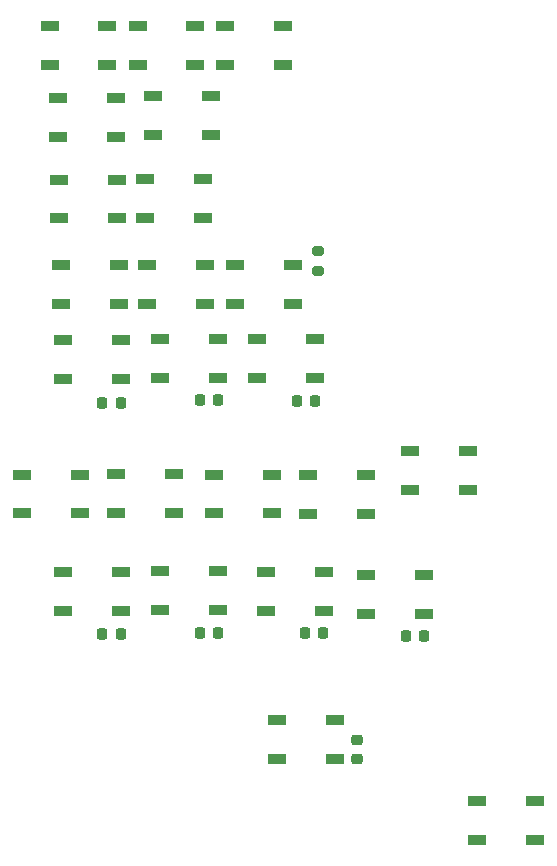
<source format=gbr>
%TF.GenerationSoftware,KiCad,Pcbnew,(6.0.9)*%
%TF.CreationDate,2023-04-01T14:25:18-08:00*%
%TF.ProjectId,LDG WING FOLD PLACARD,4c444720-5749-44e4-9720-464f4c442050,3*%
%TF.SameCoordinates,Original*%
%TF.FileFunction,Paste,Top*%
%TF.FilePolarity,Positive*%
%FSLAX46Y46*%
G04 Gerber Fmt 4.6, Leading zero omitted, Abs format (unit mm)*
G04 Created by KiCad (PCBNEW (6.0.9)) date 2023-04-01 14:25:18*
%MOMM*%
%LPD*%
G01*
G04 APERTURE LIST*
G04 Aperture macros list*
%AMRoundRect*
0 Rectangle with rounded corners*
0 $1 Rounding radius*
0 $2 $3 $4 $5 $6 $7 $8 $9 X,Y pos of 4 corners*
0 Add a 4 corners polygon primitive as box body*
4,1,4,$2,$3,$4,$5,$6,$7,$8,$9,$2,$3,0*
0 Add four circle primitives for the rounded corners*
1,1,$1+$1,$2,$3*
1,1,$1+$1,$4,$5*
1,1,$1+$1,$6,$7*
1,1,$1+$1,$8,$9*
0 Add four rect primitives between the rounded corners*
20,1,$1+$1,$2,$3,$4,$5,0*
20,1,$1+$1,$4,$5,$6,$7,0*
20,1,$1+$1,$6,$7,$8,$9,0*
20,1,$1+$1,$8,$9,$2,$3,0*%
G04 Aperture macros list end*
%ADD10RoundRect,0.225000X-0.225000X-0.250000X0.225000X-0.250000X0.225000X0.250000X-0.225000X0.250000X0*%
%ADD11RoundRect,0.225000X-0.250000X0.225000X-0.250000X-0.225000X0.250000X-0.225000X0.250000X0.225000X0*%
%ADD12R,1.500000X0.900000*%
%ADD13RoundRect,0.200000X0.275000X-0.200000X0.275000X0.200000X-0.275000X0.200000X-0.275000X-0.200000X0*%
G04 APERTURE END LIST*
D10*
%TO.C,C2*%
X155762500Y-88000000D03*
X157312500Y-88000000D03*
%TD*%
%TO.C,C3*%
X155762500Y-68450000D03*
X157312500Y-68450000D03*
%TD*%
%TO.C,C4*%
X163997500Y-68190000D03*
X165547500Y-68190000D03*
%TD*%
%TO.C,C5*%
X173757500Y-68300000D03*
X172207500Y-68300000D03*
%TD*%
%TO.C,C6*%
X164007500Y-87880000D03*
X165557500Y-87880000D03*
%TD*%
%TO.C,C7*%
X172927500Y-87960000D03*
X174477500Y-87960000D03*
%TD*%
D11*
%TO.C,C8*%
X177300000Y-97015000D03*
X177300000Y-98565000D03*
%TD*%
D10*
%TO.C,C9*%
X181447500Y-88200000D03*
X182997500Y-88200000D03*
%TD*%
D12*
%TO.C,D2*%
X151300000Y-36525000D03*
X151300000Y-39825000D03*
X156200000Y-39825000D03*
X156200000Y-36525000D03*
%TD*%
%TO.C,D3*%
X158750000Y-36500000D03*
X158750000Y-39800000D03*
X163650000Y-39800000D03*
X163650000Y-36500000D03*
%TD*%
%TO.C,D4*%
X166150000Y-36500000D03*
X166150000Y-39800000D03*
X171050000Y-39800000D03*
X171050000Y-36500000D03*
%TD*%
%TO.C,D5*%
X152025000Y-42625000D03*
X152025000Y-45925000D03*
X156925000Y-45925000D03*
X156925000Y-42625000D03*
%TD*%
%TO.C,D6*%
X160050000Y-42450000D03*
X160050000Y-45750000D03*
X164950000Y-45750000D03*
X164950000Y-42450000D03*
%TD*%
%TO.C,D7*%
X152100000Y-49525000D03*
X152100000Y-52825000D03*
X157000000Y-52825000D03*
X157000000Y-49525000D03*
%TD*%
%TO.C,D8*%
X159375000Y-49500000D03*
X159375000Y-52800000D03*
X164275000Y-52800000D03*
X164275000Y-49500000D03*
%TD*%
%TO.C,D9*%
X152300000Y-56800000D03*
X152300000Y-60100000D03*
X157200000Y-60100000D03*
X157200000Y-56800000D03*
%TD*%
%TO.C,D10*%
X159575000Y-56800000D03*
X159575000Y-60100000D03*
X164475000Y-60100000D03*
X164475000Y-56800000D03*
%TD*%
%TO.C,D11*%
X167000000Y-56800000D03*
X167000000Y-60100000D03*
X171900000Y-60100000D03*
X171900000Y-56800000D03*
%TD*%
%TO.C,D12*%
X152425000Y-63150000D03*
X152425000Y-66450000D03*
X157325000Y-66450000D03*
X157325000Y-63150000D03*
%TD*%
D13*
%TO.C,R1*%
X174030000Y-57232500D03*
X174030000Y-55582500D03*
%TD*%
D12*
%TO.C,D13*%
X160650000Y-63050000D03*
X160650000Y-66350000D03*
X165550000Y-66350000D03*
X165550000Y-63050000D03*
%TD*%
%TO.C,D14*%
X168850000Y-63000000D03*
X168850000Y-66300000D03*
X173750000Y-66300000D03*
X173750000Y-63000000D03*
%TD*%
%TO.C,D15*%
X148975000Y-74500000D03*
X148975000Y-77800000D03*
X153875000Y-77800000D03*
X153875000Y-74500000D03*
%TD*%
%TO.C,D16*%
X156900000Y-74475000D03*
X156900000Y-77775000D03*
X161800000Y-77775000D03*
X161800000Y-74475000D03*
%TD*%
%TO.C,D17*%
X165250000Y-74500000D03*
X165250000Y-77800000D03*
X170150000Y-77800000D03*
X170150000Y-74500000D03*
%TD*%
%TO.C,D18*%
X173150000Y-74525000D03*
X173150000Y-77825000D03*
X178050000Y-77825000D03*
X178050000Y-74525000D03*
%TD*%
%TO.C,D19*%
X181825000Y-72550000D03*
X181825000Y-75850000D03*
X186725000Y-75850000D03*
X186725000Y-72550000D03*
%TD*%
%TO.C,D20*%
X152425000Y-82725000D03*
X152425000Y-86025000D03*
X157325000Y-86025000D03*
X157325000Y-82725000D03*
%TD*%
%TO.C,D21*%
X160675000Y-82650000D03*
X160675000Y-85950000D03*
X165575000Y-85950000D03*
X165575000Y-82650000D03*
%TD*%
%TO.C,D22*%
X169600000Y-82725000D03*
X169600000Y-86025000D03*
X174500000Y-86025000D03*
X174500000Y-82725000D03*
%TD*%
%TO.C,D25*%
X187500000Y-102150000D03*
X187500000Y-105450000D03*
X192400000Y-105450000D03*
X192400000Y-102150000D03*
%TD*%
%TO.C,D23*%
X178125000Y-82975000D03*
X178125000Y-86275000D03*
X183025000Y-86275000D03*
X183025000Y-82975000D03*
%TD*%
%TO.C,D24*%
X170525000Y-95300000D03*
X170525000Y-98600000D03*
X175425000Y-98600000D03*
X175425000Y-95300000D03*
%TD*%
M02*

</source>
